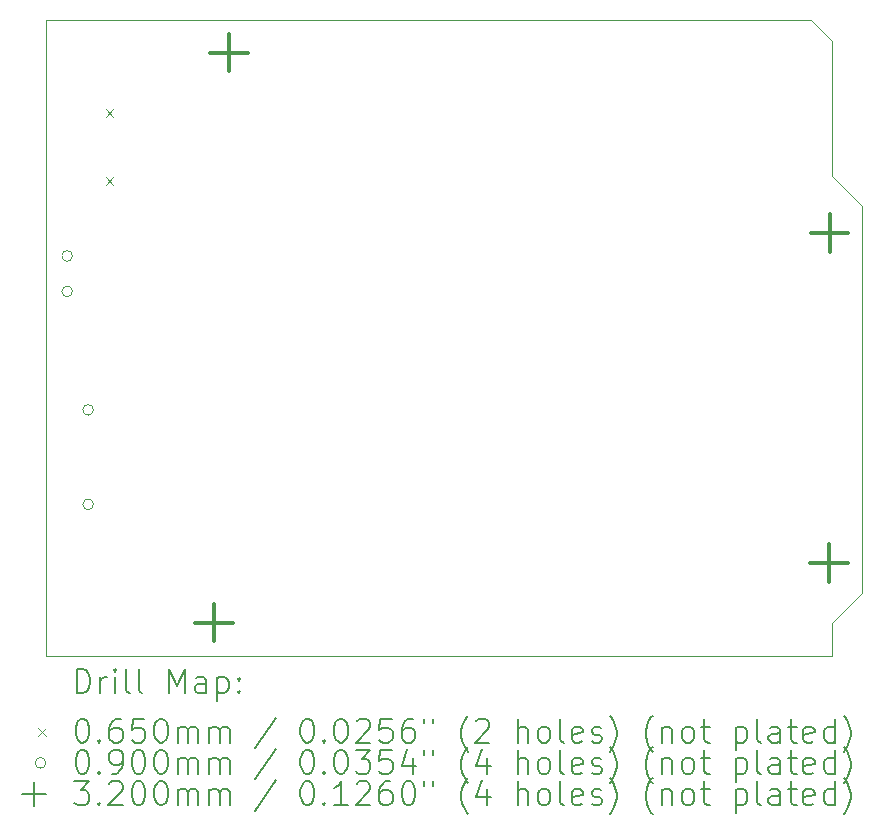
<source format=gbr>
%TF.GenerationSoftware,KiCad,Pcbnew,7.0.6*%
%TF.CreationDate,2024-02-07T19:17:44+08:00*%
%TF.ProjectId,PCB_Main_Board_ESP32S3_RFM95,5043425f-4d61-4696-9e5f-426f6172645f,rev?*%
%TF.SameCoordinates,Original*%
%TF.FileFunction,Drillmap*%
%TF.FilePolarity,Positive*%
%FSLAX45Y45*%
G04 Gerber Fmt 4.5, Leading zero omitted, Abs format (unit mm)*
G04 Created by KiCad (PCBNEW 7.0.6) date 2024-02-07 19:17:44*
%MOMM*%
%LPD*%
G01*
G04 APERTURE LIST*
%ADD10C,0.050000*%
%ADD11C,0.200000*%
%ADD12C,0.065000*%
%ADD13C,0.090000*%
%ADD14C,0.320000*%
G04 APERTURE END LIST*
D10*
X3952240Y-11115040D02*
X3952240Y-5730240D01*
X10609580Y-7053580D02*
X10861040Y-7305040D01*
X10607040Y-5908040D02*
X10609580Y-7053580D01*
X10607040Y-10835640D02*
X10607040Y-11115040D01*
X10861040Y-10581640D02*
X10607040Y-10835640D01*
X10429240Y-5730240D02*
X10607040Y-5908040D01*
X10607040Y-11115040D02*
X3952240Y-11115040D01*
X10861040Y-7305040D02*
X10861040Y-10581640D01*
X3952240Y-5730240D02*
X10429240Y-5730240D01*
D11*
D12*
X4455500Y-6486000D02*
X4520500Y-6551000D01*
X4520500Y-6486000D02*
X4455500Y-6551000D01*
X4455500Y-7064000D02*
X4520500Y-7129000D01*
X4520500Y-7064000D02*
X4455500Y-7129000D01*
D13*
X4175000Y-7729000D02*
G75*
G03*
X4175000Y-7729000I-45000J0D01*
G01*
X4175000Y-8029000D02*
G75*
G03*
X4175000Y-8029000I-45000J0D01*
G01*
X4353000Y-9032000D02*
G75*
G03*
X4353000Y-9032000I-45000J0D01*
G01*
X4353000Y-9832000D02*
G75*
G03*
X4353000Y-9832000I-45000J0D01*
G01*
D14*
X5374640Y-10673100D02*
X5374640Y-10993100D01*
X5214640Y-10833100D02*
X5534640Y-10833100D01*
X5501640Y-5847100D02*
X5501640Y-6167100D01*
X5341640Y-6007100D02*
X5661640Y-6007100D01*
X10581640Y-10167640D02*
X10581640Y-10487640D01*
X10421640Y-10327640D02*
X10741640Y-10327640D01*
X10585000Y-7375000D02*
X10585000Y-7695000D01*
X10425000Y-7535000D02*
X10745000Y-7535000D01*
D11*
X4210517Y-11429024D02*
X4210517Y-11229024D01*
X4210517Y-11229024D02*
X4258136Y-11229024D01*
X4258136Y-11229024D02*
X4286707Y-11238548D01*
X4286707Y-11238548D02*
X4305755Y-11257595D01*
X4305755Y-11257595D02*
X4315279Y-11276643D01*
X4315279Y-11276643D02*
X4324803Y-11314738D01*
X4324803Y-11314738D02*
X4324803Y-11343309D01*
X4324803Y-11343309D02*
X4315279Y-11381405D01*
X4315279Y-11381405D02*
X4305755Y-11400452D01*
X4305755Y-11400452D02*
X4286707Y-11419500D01*
X4286707Y-11419500D02*
X4258136Y-11429024D01*
X4258136Y-11429024D02*
X4210517Y-11429024D01*
X4410517Y-11429024D02*
X4410517Y-11295690D01*
X4410517Y-11333786D02*
X4420041Y-11314738D01*
X4420041Y-11314738D02*
X4429564Y-11305214D01*
X4429564Y-11305214D02*
X4448612Y-11295690D01*
X4448612Y-11295690D02*
X4467660Y-11295690D01*
X4534326Y-11429024D02*
X4534326Y-11295690D01*
X4534326Y-11229024D02*
X4524803Y-11238548D01*
X4524803Y-11238548D02*
X4534326Y-11248071D01*
X4534326Y-11248071D02*
X4543850Y-11238548D01*
X4543850Y-11238548D02*
X4534326Y-11229024D01*
X4534326Y-11229024D02*
X4534326Y-11248071D01*
X4658136Y-11429024D02*
X4639088Y-11419500D01*
X4639088Y-11419500D02*
X4629564Y-11400452D01*
X4629564Y-11400452D02*
X4629564Y-11229024D01*
X4762898Y-11429024D02*
X4743850Y-11419500D01*
X4743850Y-11419500D02*
X4734326Y-11400452D01*
X4734326Y-11400452D02*
X4734326Y-11229024D01*
X4991469Y-11429024D02*
X4991469Y-11229024D01*
X4991469Y-11229024D02*
X5058136Y-11371881D01*
X5058136Y-11371881D02*
X5124803Y-11229024D01*
X5124803Y-11229024D02*
X5124803Y-11429024D01*
X5305755Y-11429024D02*
X5305755Y-11324262D01*
X5305755Y-11324262D02*
X5296231Y-11305214D01*
X5296231Y-11305214D02*
X5277184Y-11295690D01*
X5277184Y-11295690D02*
X5239088Y-11295690D01*
X5239088Y-11295690D02*
X5220041Y-11305214D01*
X5305755Y-11419500D02*
X5286707Y-11429024D01*
X5286707Y-11429024D02*
X5239088Y-11429024D01*
X5239088Y-11429024D02*
X5220041Y-11419500D01*
X5220041Y-11419500D02*
X5210517Y-11400452D01*
X5210517Y-11400452D02*
X5210517Y-11381405D01*
X5210517Y-11381405D02*
X5220041Y-11362357D01*
X5220041Y-11362357D02*
X5239088Y-11352833D01*
X5239088Y-11352833D02*
X5286707Y-11352833D01*
X5286707Y-11352833D02*
X5305755Y-11343309D01*
X5400993Y-11295690D02*
X5400993Y-11495690D01*
X5400993Y-11305214D02*
X5420041Y-11295690D01*
X5420041Y-11295690D02*
X5458136Y-11295690D01*
X5458136Y-11295690D02*
X5477184Y-11305214D01*
X5477184Y-11305214D02*
X5486707Y-11314738D01*
X5486707Y-11314738D02*
X5496231Y-11333786D01*
X5496231Y-11333786D02*
X5496231Y-11390928D01*
X5496231Y-11390928D02*
X5486707Y-11409976D01*
X5486707Y-11409976D02*
X5477184Y-11419500D01*
X5477184Y-11419500D02*
X5458136Y-11429024D01*
X5458136Y-11429024D02*
X5420041Y-11429024D01*
X5420041Y-11429024D02*
X5400993Y-11419500D01*
X5581945Y-11409976D02*
X5591469Y-11419500D01*
X5591469Y-11419500D02*
X5581945Y-11429024D01*
X5581945Y-11429024D02*
X5572422Y-11419500D01*
X5572422Y-11419500D02*
X5581945Y-11409976D01*
X5581945Y-11409976D02*
X5581945Y-11429024D01*
X5581945Y-11305214D02*
X5591469Y-11314738D01*
X5591469Y-11314738D02*
X5581945Y-11324262D01*
X5581945Y-11324262D02*
X5572422Y-11314738D01*
X5572422Y-11314738D02*
X5581945Y-11305214D01*
X5581945Y-11305214D02*
X5581945Y-11324262D01*
D12*
X3884740Y-11725040D02*
X3949740Y-11790040D01*
X3949740Y-11725040D02*
X3884740Y-11790040D01*
D11*
X4248612Y-11649024D02*
X4267660Y-11649024D01*
X4267660Y-11649024D02*
X4286707Y-11658548D01*
X4286707Y-11658548D02*
X4296231Y-11668071D01*
X4296231Y-11668071D02*
X4305755Y-11687119D01*
X4305755Y-11687119D02*
X4315279Y-11725214D01*
X4315279Y-11725214D02*
X4315279Y-11772833D01*
X4315279Y-11772833D02*
X4305755Y-11810928D01*
X4305755Y-11810928D02*
X4296231Y-11829976D01*
X4296231Y-11829976D02*
X4286707Y-11839500D01*
X4286707Y-11839500D02*
X4267660Y-11849024D01*
X4267660Y-11849024D02*
X4248612Y-11849024D01*
X4248612Y-11849024D02*
X4229564Y-11839500D01*
X4229564Y-11839500D02*
X4220041Y-11829976D01*
X4220041Y-11829976D02*
X4210517Y-11810928D01*
X4210517Y-11810928D02*
X4200993Y-11772833D01*
X4200993Y-11772833D02*
X4200993Y-11725214D01*
X4200993Y-11725214D02*
X4210517Y-11687119D01*
X4210517Y-11687119D02*
X4220041Y-11668071D01*
X4220041Y-11668071D02*
X4229564Y-11658548D01*
X4229564Y-11658548D02*
X4248612Y-11649024D01*
X4400993Y-11829976D02*
X4410517Y-11839500D01*
X4410517Y-11839500D02*
X4400993Y-11849024D01*
X4400993Y-11849024D02*
X4391469Y-11839500D01*
X4391469Y-11839500D02*
X4400993Y-11829976D01*
X4400993Y-11829976D02*
X4400993Y-11849024D01*
X4581945Y-11649024D02*
X4543850Y-11649024D01*
X4543850Y-11649024D02*
X4524803Y-11658548D01*
X4524803Y-11658548D02*
X4515279Y-11668071D01*
X4515279Y-11668071D02*
X4496231Y-11696643D01*
X4496231Y-11696643D02*
X4486707Y-11734738D01*
X4486707Y-11734738D02*
X4486707Y-11810928D01*
X4486707Y-11810928D02*
X4496231Y-11829976D01*
X4496231Y-11829976D02*
X4505755Y-11839500D01*
X4505755Y-11839500D02*
X4524803Y-11849024D01*
X4524803Y-11849024D02*
X4562898Y-11849024D01*
X4562898Y-11849024D02*
X4581945Y-11839500D01*
X4581945Y-11839500D02*
X4591469Y-11829976D01*
X4591469Y-11829976D02*
X4600993Y-11810928D01*
X4600993Y-11810928D02*
X4600993Y-11763309D01*
X4600993Y-11763309D02*
X4591469Y-11744262D01*
X4591469Y-11744262D02*
X4581945Y-11734738D01*
X4581945Y-11734738D02*
X4562898Y-11725214D01*
X4562898Y-11725214D02*
X4524803Y-11725214D01*
X4524803Y-11725214D02*
X4505755Y-11734738D01*
X4505755Y-11734738D02*
X4496231Y-11744262D01*
X4496231Y-11744262D02*
X4486707Y-11763309D01*
X4781945Y-11649024D02*
X4686707Y-11649024D01*
X4686707Y-11649024D02*
X4677184Y-11744262D01*
X4677184Y-11744262D02*
X4686707Y-11734738D01*
X4686707Y-11734738D02*
X4705755Y-11725214D01*
X4705755Y-11725214D02*
X4753374Y-11725214D01*
X4753374Y-11725214D02*
X4772422Y-11734738D01*
X4772422Y-11734738D02*
X4781945Y-11744262D01*
X4781945Y-11744262D02*
X4791469Y-11763309D01*
X4791469Y-11763309D02*
X4791469Y-11810928D01*
X4791469Y-11810928D02*
X4781945Y-11829976D01*
X4781945Y-11829976D02*
X4772422Y-11839500D01*
X4772422Y-11839500D02*
X4753374Y-11849024D01*
X4753374Y-11849024D02*
X4705755Y-11849024D01*
X4705755Y-11849024D02*
X4686707Y-11839500D01*
X4686707Y-11839500D02*
X4677184Y-11829976D01*
X4915279Y-11649024D02*
X4934326Y-11649024D01*
X4934326Y-11649024D02*
X4953374Y-11658548D01*
X4953374Y-11658548D02*
X4962898Y-11668071D01*
X4962898Y-11668071D02*
X4972422Y-11687119D01*
X4972422Y-11687119D02*
X4981945Y-11725214D01*
X4981945Y-11725214D02*
X4981945Y-11772833D01*
X4981945Y-11772833D02*
X4972422Y-11810928D01*
X4972422Y-11810928D02*
X4962898Y-11829976D01*
X4962898Y-11829976D02*
X4953374Y-11839500D01*
X4953374Y-11839500D02*
X4934326Y-11849024D01*
X4934326Y-11849024D02*
X4915279Y-11849024D01*
X4915279Y-11849024D02*
X4896231Y-11839500D01*
X4896231Y-11839500D02*
X4886707Y-11829976D01*
X4886707Y-11829976D02*
X4877184Y-11810928D01*
X4877184Y-11810928D02*
X4867660Y-11772833D01*
X4867660Y-11772833D02*
X4867660Y-11725214D01*
X4867660Y-11725214D02*
X4877184Y-11687119D01*
X4877184Y-11687119D02*
X4886707Y-11668071D01*
X4886707Y-11668071D02*
X4896231Y-11658548D01*
X4896231Y-11658548D02*
X4915279Y-11649024D01*
X5067660Y-11849024D02*
X5067660Y-11715690D01*
X5067660Y-11734738D02*
X5077184Y-11725214D01*
X5077184Y-11725214D02*
X5096231Y-11715690D01*
X5096231Y-11715690D02*
X5124803Y-11715690D01*
X5124803Y-11715690D02*
X5143850Y-11725214D01*
X5143850Y-11725214D02*
X5153374Y-11744262D01*
X5153374Y-11744262D02*
X5153374Y-11849024D01*
X5153374Y-11744262D02*
X5162898Y-11725214D01*
X5162898Y-11725214D02*
X5181945Y-11715690D01*
X5181945Y-11715690D02*
X5210517Y-11715690D01*
X5210517Y-11715690D02*
X5229565Y-11725214D01*
X5229565Y-11725214D02*
X5239088Y-11744262D01*
X5239088Y-11744262D02*
X5239088Y-11849024D01*
X5334326Y-11849024D02*
X5334326Y-11715690D01*
X5334326Y-11734738D02*
X5343850Y-11725214D01*
X5343850Y-11725214D02*
X5362898Y-11715690D01*
X5362898Y-11715690D02*
X5391469Y-11715690D01*
X5391469Y-11715690D02*
X5410517Y-11725214D01*
X5410517Y-11725214D02*
X5420041Y-11744262D01*
X5420041Y-11744262D02*
X5420041Y-11849024D01*
X5420041Y-11744262D02*
X5429565Y-11725214D01*
X5429565Y-11725214D02*
X5448612Y-11715690D01*
X5448612Y-11715690D02*
X5477184Y-11715690D01*
X5477184Y-11715690D02*
X5496231Y-11725214D01*
X5496231Y-11725214D02*
X5505755Y-11744262D01*
X5505755Y-11744262D02*
X5505755Y-11849024D01*
X5896231Y-11639500D02*
X5724803Y-11896643D01*
X6153374Y-11649024D02*
X6172422Y-11649024D01*
X6172422Y-11649024D02*
X6191469Y-11658548D01*
X6191469Y-11658548D02*
X6200993Y-11668071D01*
X6200993Y-11668071D02*
X6210517Y-11687119D01*
X6210517Y-11687119D02*
X6220041Y-11725214D01*
X6220041Y-11725214D02*
X6220041Y-11772833D01*
X6220041Y-11772833D02*
X6210517Y-11810928D01*
X6210517Y-11810928D02*
X6200993Y-11829976D01*
X6200993Y-11829976D02*
X6191469Y-11839500D01*
X6191469Y-11839500D02*
X6172422Y-11849024D01*
X6172422Y-11849024D02*
X6153374Y-11849024D01*
X6153374Y-11849024D02*
X6134326Y-11839500D01*
X6134326Y-11839500D02*
X6124803Y-11829976D01*
X6124803Y-11829976D02*
X6115279Y-11810928D01*
X6115279Y-11810928D02*
X6105755Y-11772833D01*
X6105755Y-11772833D02*
X6105755Y-11725214D01*
X6105755Y-11725214D02*
X6115279Y-11687119D01*
X6115279Y-11687119D02*
X6124803Y-11668071D01*
X6124803Y-11668071D02*
X6134326Y-11658548D01*
X6134326Y-11658548D02*
X6153374Y-11649024D01*
X6305755Y-11829976D02*
X6315279Y-11839500D01*
X6315279Y-11839500D02*
X6305755Y-11849024D01*
X6305755Y-11849024D02*
X6296231Y-11839500D01*
X6296231Y-11839500D02*
X6305755Y-11829976D01*
X6305755Y-11829976D02*
X6305755Y-11849024D01*
X6439088Y-11649024D02*
X6458136Y-11649024D01*
X6458136Y-11649024D02*
X6477184Y-11658548D01*
X6477184Y-11658548D02*
X6486707Y-11668071D01*
X6486707Y-11668071D02*
X6496231Y-11687119D01*
X6496231Y-11687119D02*
X6505755Y-11725214D01*
X6505755Y-11725214D02*
X6505755Y-11772833D01*
X6505755Y-11772833D02*
X6496231Y-11810928D01*
X6496231Y-11810928D02*
X6486707Y-11829976D01*
X6486707Y-11829976D02*
X6477184Y-11839500D01*
X6477184Y-11839500D02*
X6458136Y-11849024D01*
X6458136Y-11849024D02*
X6439088Y-11849024D01*
X6439088Y-11849024D02*
X6420041Y-11839500D01*
X6420041Y-11839500D02*
X6410517Y-11829976D01*
X6410517Y-11829976D02*
X6400993Y-11810928D01*
X6400993Y-11810928D02*
X6391469Y-11772833D01*
X6391469Y-11772833D02*
X6391469Y-11725214D01*
X6391469Y-11725214D02*
X6400993Y-11687119D01*
X6400993Y-11687119D02*
X6410517Y-11668071D01*
X6410517Y-11668071D02*
X6420041Y-11658548D01*
X6420041Y-11658548D02*
X6439088Y-11649024D01*
X6581946Y-11668071D02*
X6591469Y-11658548D01*
X6591469Y-11658548D02*
X6610517Y-11649024D01*
X6610517Y-11649024D02*
X6658136Y-11649024D01*
X6658136Y-11649024D02*
X6677184Y-11658548D01*
X6677184Y-11658548D02*
X6686707Y-11668071D01*
X6686707Y-11668071D02*
X6696231Y-11687119D01*
X6696231Y-11687119D02*
X6696231Y-11706167D01*
X6696231Y-11706167D02*
X6686707Y-11734738D01*
X6686707Y-11734738D02*
X6572422Y-11849024D01*
X6572422Y-11849024D02*
X6696231Y-11849024D01*
X6877184Y-11649024D02*
X6781946Y-11649024D01*
X6781946Y-11649024D02*
X6772422Y-11744262D01*
X6772422Y-11744262D02*
X6781946Y-11734738D01*
X6781946Y-11734738D02*
X6800993Y-11725214D01*
X6800993Y-11725214D02*
X6848612Y-11725214D01*
X6848612Y-11725214D02*
X6867660Y-11734738D01*
X6867660Y-11734738D02*
X6877184Y-11744262D01*
X6877184Y-11744262D02*
X6886707Y-11763309D01*
X6886707Y-11763309D02*
X6886707Y-11810928D01*
X6886707Y-11810928D02*
X6877184Y-11829976D01*
X6877184Y-11829976D02*
X6867660Y-11839500D01*
X6867660Y-11839500D02*
X6848612Y-11849024D01*
X6848612Y-11849024D02*
X6800993Y-11849024D01*
X6800993Y-11849024D02*
X6781946Y-11839500D01*
X6781946Y-11839500D02*
X6772422Y-11829976D01*
X7058136Y-11649024D02*
X7020041Y-11649024D01*
X7020041Y-11649024D02*
X7000993Y-11658548D01*
X7000993Y-11658548D02*
X6991469Y-11668071D01*
X6991469Y-11668071D02*
X6972422Y-11696643D01*
X6972422Y-11696643D02*
X6962898Y-11734738D01*
X6962898Y-11734738D02*
X6962898Y-11810928D01*
X6962898Y-11810928D02*
X6972422Y-11829976D01*
X6972422Y-11829976D02*
X6981946Y-11839500D01*
X6981946Y-11839500D02*
X7000993Y-11849024D01*
X7000993Y-11849024D02*
X7039088Y-11849024D01*
X7039088Y-11849024D02*
X7058136Y-11839500D01*
X7058136Y-11839500D02*
X7067660Y-11829976D01*
X7067660Y-11829976D02*
X7077184Y-11810928D01*
X7077184Y-11810928D02*
X7077184Y-11763309D01*
X7077184Y-11763309D02*
X7067660Y-11744262D01*
X7067660Y-11744262D02*
X7058136Y-11734738D01*
X7058136Y-11734738D02*
X7039088Y-11725214D01*
X7039088Y-11725214D02*
X7000993Y-11725214D01*
X7000993Y-11725214D02*
X6981946Y-11734738D01*
X6981946Y-11734738D02*
X6972422Y-11744262D01*
X6972422Y-11744262D02*
X6962898Y-11763309D01*
X7153374Y-11649024D02*
X7153374Y-11687119D01*
X7229565Y-11649024D02*
X7229565Y-11687119D01*
X7524803Y-11925214D02*
X7515279Y-11915690D01*
X7515279Y-11915690D02*
X7496231Y-11887119D01*
X7496231Y-11887119D02*
X7486708Y-11868071D01*
X7486708Y-11868071D02*
X7477184Y-11839500D01*
X7477184Y-11839500D02*
X7467660Y-11791881D01*
X7467660Y-11791881D02*
X7467660Y-11753786D01*
X7467660Y-11753786D02*
X7477184Y-11706167D01*
X7477184Y-11706167D02*
X7486708Y-11677595D01*
X7486708Y-11677595D02*
X7496231Y-11658548D01*
X7496231Y-11658548D02*
X7515279Y-11629976D01*
X7515279Y-11629976D02*
X7524803Y-11620452D01*
X7591469Y-11668071D02*
X7600993Y-11658548D01*
X7600993Y-11658548D02*
X7620041Y-11649024D01*
X7620041Y-11649024D02*
X7667660Y-11649024D01*
X7667660Y-11649024D02*
X7686708Y-11658548D01*
X7686708Y-11658548D02*
X7696231Y-11668071D01*
X7696231Y-11668071D02*
X7705755Y-11687119D01*
X7705755Y-11687119D02*
X7705755Y-11706167D01*
X7705755Y-11706167D02*
X7696231Y-11734738D01*
X7696231Y-11734738D02*
X7581946Y-11849024D01*
X7581946Y-11849024D02*
X7705755Y-11849024D01*
X7943850Y-11849024D02*
X7943850Y-11649024D01*
X8029565Y-11849024D02*
X8029565Y-11744262D01*
X8029565Y-11744262D02*
X8020041Y-11725214D01*
X8020041Y-11725214D02*
X8000993Y-11715690D01*
X8000993Y-11715690D02*
X7972422Y-11715690D01*
X7972422Y-11715690D02*
X7953374Y-11725214D01*
X7953374Y-11725214D02*
X7943850Y-11734738D01*
X8153374Y-11849024D02*
X8134327Y-11839500D01*
X8134327Y-11839500D02*
X8124803Y-11829976D01*
X8124803Y-11829976D02*
X8115279Y-11810928D01*
X8115279Y-11810928D02*
X8115279Y-11753786D01*
X8115279Y-11753786D02*
X8124803Y-11734738D01*
X8124803Y-11734738D02*
X8134327Y-11725214D01*
X8134327Y-11725214D02*
X8153374Y-11715690D01*
X8153374Y-11715690D02*
X8181946Y-11715690D01*
X8181946Y-11715690D02*
X8200993Y-11725214D01*
X8200993Y-11725214D02*
X8210517Y-11734738D01*
X8210517Y-11734738D02*
X8220041Y-11753786D01*
X8220041Y-11753786D02*
X8220041Y-11810928D01*
X8220041Y-11810928D02*
X8210517Y-11829976D01*
X8210517Y-11829976D02*
X8200993Y-11839500D01*
X8200993Y-11839500D02*
X8181946Y-11849024D01*
X8181946Y-11849024D02*
X8153374Y-11849024D01*
X8334327Y-11849024D02*
X8315279Y-11839500D01*
X8315279Y-11839500D02*
X8305755Y-11820452D01*
X8305755Y-11820452D02*
X8305755Y-11649024D01*
X8486708Y-11839500D02*
X8467660Y-11849024D01*
X8467660Y-11849024D02*
X8429565Y-11849024D01*
X8429565Y-11849024D02*
X8410517Y-11839500D01*
X8410517Y-11839500D02*
X8400993Y-11820452D01*
X8400993Y-11820452D02*
X8400993Y-11744262D01*
X8400993Y-11744262D02*
X8410517Y-11725214D01*
X8410517Y-11725214D02*
X8429565Y-11715690D01*
X8429565Y-11715690D02*
X8467660Y-11715690D01*
X8467660Y-11715690D02*
X8486708Y-11725214D01*
X8486708Y-11725214D02*
X8496232Y-11744262D01*
X8496232Y-11744262D02*
X8496232Y-11763309D01*
X8496232Y-11763309D02*
X8400993Y-11782357D01*
X8572422Y-11839500D02*
X8591470Y-11849024D01*
X8591470Y-11849024D02*
X8629565Y-11849024D01*
X8629565Y-11849024D02*
X8648613Y-11839500D01*
X8648613Y-11839500D02*
X8658136Y-11820452D01*
X8658136Y-11820452D02*
X8658136Y-11810928D01*
X8658136Y-11810928D02*
X8648613Y-11791881D01*
X8648613Y-11791881D02*
X8629565Y-11782357D01*
X8629565Y-11782357D02*
X8600993Y-11782357D01*
X8600993Y-11782357D02*
X8581946Y-11772833D01*
X8581946Y-11772833D02*
X8572422Y-11753786D01*
X8572422Y-11753786D02*
X8572422Y-11744262D01*
X8572422Y-11744262D02*
X8581946Y-11725214D01*
X8581946Y-11725214D02*
X8600993Y-11715690D01*
X8600993Y-11715690D02*
X8629565Y-11715690D01*
X8629565Y-11715690D02*
X8648613Y-11725214D01*
X8724803Y-11925214D02*
X8734327Y-11915690D01*
X8734327Y-11915690D02*
X8753374Y-11887119D01*
X8753374Y-11887119D02*
X8762898Y-11868071D01*
X8762898Y-11868071D02*
X8772422Y-11839500D01*
X8772422Y-11839500D02*
X8781946Y-11791881D01*
X8781946Y-11791881D02*
X8781946Y-11753786D01*
X8781946Y-11753786D02*
X8772422Y-11706167D01*
X8772422Y-11706167D02*
X8762898Y-11677595D01*
X8762898Y-11677595D02*
X8753374Y-11658548D01*
X8753374Y-11658548D02*
X8734327Y-11629976D01*
X8734327Y-11629976D02*
X8724803Y-11620452D01*
X9086708Y-11925214D02*
X9077184Y-11915690D01*
X9077184Y-11915690D02*
X9058136Y-11887119D01*
X9058136Y-11887119D02*
X9048613Y-11868071D01*
X9048613Y-11868071D02*
X9039089Y-11839500D01*
X9039089Y-11839500D02*
X9029565Y-11791881D01*
X9029565Y-11791881D02*
X9029565Y-11753786D01*
X9029565Y-11753786D02*
X9039089Y-11706167D01*
X9039089Y-11706167D02*
X9048613Y-11677595D01*
X9048613Y-11677595D02*
X9058136Y-11658548D01*
X9058136Y-11658548D02*
X9077184Y-11629976D01*
X9077184Y-11629976D02*
X9086708Y-11620452D01*
X9162898Y-11715690D02*
X9162898Y-11849024D01*
X9162898Y-11734738D02*
X9172422Y-11725214D01*
X9172422Y-11725214D02*
X9191470Y-11715690D01*
X9191470Y-11715690D02*
X9220041Y-11715690D01*
X9220041Y-11715690D02*
X9239089Y-11725214D01*
X9239089Y-11725214D02*
X9248613Y-11744262D01*
X9248613Y-11744262D02*
X9248613Y-11849024D01*
X9372422Y-11849024D02*
X9353374Y-11839500D01*
X9353374Y-11839500D02*
X9343851Y-11829976D01*
X9343851Y-11829976D02*
X9334327Y-11810928D01*
X9334327Y-11810928D02*
X9334327Y-11753786D01*
X9334327Y-11753786D02*
X9343851Y-11734738D01*
X9343851Y-11734738D02*
X9353374Y-11725214D01*
X9353374Y-11725214D02*
X9372422Y-11715690D01*
X9372422Y-11715690D02*
X9400994Y-11715690D01*
X9400994Y-11715690D02*
X9420041Y-11725214D01*
X9420041Y-11725214D02*
X9429565Y-11734738D01*
X9429565Y-11734738D02*
X9439089Y-11753786D01*
X9439089Y-11753786D02*
X9439089Y-11810928D01*
X9439089Y-11810928D02*
X9429565Y-11829976D01*
X9429565Y-11829976D02*
X9420041Y-11839500D01*
X9420041Y-11839500D02*
X9400994Y-11849024D01*
X9400994Y-11849024D02*
X9372422Y-11849024D01*
X9496232Y-11715690D02*
X9572422Y-11715690D01*
X9524803Y-11649024D02*
X9524803Y-11820452D01*
X9524803Y-11820452D02*
X9534327Y-11839500D01*
X9534327Y-11839500D02*
X9553374Y-11849024D01*
X9553374Y-11849024D02*
X9572422Y-11849024D01*
X9791470Y-11715690D02*
X9791470Y-11915690D01*
X9791470Y-11725214D02*
X9810517Y-11715690D01*
X9810517Y-11715690D02*
X9848613Y-11715690D01*
X9848613Y-11715690D02*
X9867660Y-11725214D01*
X9867660Y-11725214D02*
X9877184Y-11734738D01*
X9877184Y-11734738D02*
X9886708Y-11753786D01*
X9886708Y-11753786D02*
X9886708Y-11810928D01*
X9886708Y-11810928D02*
X9877184Y-11829976D01*
X9877184Y-11829976D02*
X9867660Y-11839500D01*
X9867660Y-11839500D02*
X9848613Y-11849024D01*
X9848613Y-11849024D02*
X9810517Y-11849024D01*
X9810517Y-11849024D02*
X9791470Y-11839500D01*
X10000994Y-11849024D02*
X9981946Y-11839500D01*
X9981946Y-11839500D02*
X9972422Y-11820452D01*
X9972422Y-11820452D02*
X9972422Y-11649024D01*
X10162898Y-11849024D02*
X10162898Y-11744262D01*
X10162898Y-11744262D02*
X10153375Y-11725214D01*
X10153375Y-11725214D02*
X10134327Y-11715690D01*
X10134327Y-11715690D02*
X10096232Y-11715690D01*
X10096232Y-11715690D02*
X10077184Y-11725214D01*
X10162898Y-11839500D02*
X10143851Y-11849024D01*
X10143851Y-11849024D02*
X10096232Y-11849024D01*
X10096232Y-11849024D02*
X10077184Y-11839500D01*
X10077184Y-11839500D02*
X10067660Y-11820452D01*
X10067660Y-11820452D02*
X10067660Y-11801405D01*
X10067660Y-11801405D02*
X10077184Y-11782357D01*
X10077184Y-11782357D02*
X10096232Y-11772833D01*
X10096232Y-11772833D02*
X10143851Y-11772833D01*
X10143851Y-11772833D02*
X10162898Y-11763309D01*
X10229565Y-11715690D02*
X10305755Y-11715690D01*
X10258136Y-11649024D02*
X10258136Y-11820452D01*
X10258136Y-11820452D02*
X10267660Y-11839500D01*
X10267660Y-11839500D02*
X10286708Y-11849024D01*
X10286708Y-11849024D02*
X10305755Y-11849024D01*
X10448613Y-11839500D02*
X10429565Y-11849024D01*
X10429565Y-11849024D02*
X10391470Y-11849024D01*
X10391470Y-11849024D02*
X10372422Y-11839500D01*
X10372422Y-11839500D02*
X10362898Y-11820452D01*
X10362898Y-11820452D02*
X10362898Y-11744262D01*
X10362898Y-11744262D02*
X10372422Y-11725214D01*
X10372422Y-11725214D02*
X10391470Y-11715690D01*
X10391470Y-11715690D02*
X10429565Y-11715690D01*
X10429565Y-11715690D02*
X10448613Y-11725214D01*
X10448613Y-11725214D02*
X10458136Y-11744262D01*
X10458136Y-11744262D02*
X10458136Y-11763309D01*
X10458136Y-11763309D02*
X10362898Y-11782357D01*
X10629565Y-11849024D02*
X10629565Y-11649024D01*
X10629565Y-11839500D02*
X10610517Y-11849024D01*
X10610517Y-11849024D02*
X10572422Y-11849024D01*
X10572422Y-11849024D02*
X10553375Y-11839500D01*
X10553375Y-11839500D02*
X10543851Y-11829976D01*
X10543851Y-11829976D02*
X10534327Y-11810928D01*
X10534327Y-11810928D02*
X10534327Y-11753786D01*
X10534327Y-11753786D02*
X10543851Y-11734738D01*
X10543851Y-11734738D02*
X10553375Y-11725214D01*
X10553375Y-11725214D02*
X10572422Y-11715690D01*
X10572422Y-11715690D02*
X10610517Y-11715690D01*
X10610517Y-11715690D02*
X10629565Y-11725214D01*
X10705756Y-11925214D02*
X10715279Y-11915690D01*
X10715279Y-11915690D02*
X10734327Y-11887119D01*
X10734327Y-11887119D02*
X10743851Y-11868071D01*
X10743851Y-11868071D02*
X10753375Y-11839500D01*
X10753375Y-11839500D02*
X10762898Y-11791881D01*
X10762898Y-11791881D02*
X10762898Y-11753786D01*
X10762898Y-11753786D02*
X10753375Y-11706167D01*
X10753375Y-11706167D02*
X10743851Y-11677595D01*
X10743851Y-11677595D02*
X10734327Y-11658548D01*
X10734327Y-11658548D02*
X10715279Y-11629976D01*
X10715279Y-11629976D02*
X10705756Y-11620452D01*
D13*
X3949740Y-12021540D02*
G75*
G03*
X3949740Y-12021540I-45000J0D01*
G01*
D11*
X4248612Y-11913024D02*
X4267660Y-11913024D01*
X4267660Y-11913024D02*
X4286707Y-11922548D01*
X4286707Y-11922548D02*
X4296231Y-11932071D01*
X4296231Y-11932071D02*
X4305755Y-11951119D01*
X4305755Y-11951119D02*
X4315279Y-11989214D01*
X4315279Y-11989214D02*
X4315279Y-12036833D01*
X4315279Y-12036833D02*
X4305755Y-12074928D01*
X4305755Y-12074928D02*
X4296231Y-12093976D01*
X4296231Y-12093976D02*
X4286707Y-12103500D01*
X4286707Y-12103500D02*
X4267660Y-12113024D01*
X4267660Y-12113024D02*
X4248612Y-12113024D01*
X4248612Y-12113024D02*
X4229564Y-12103500D01*
X4229564Y-12103500D02*
X4220041Y-12093976D01*
X4220041Y-12093976D02*
X4210517Y-12074928D01*
X4210517Y-12074928D02*
X4200993Y-12036833D01*
X4200993Y-12036833D02*
X4200993Y-11989214D01*
X4200993Y-11989214D02*
X4210517Y-11951119D01*
X4210517Y-11951119D02*
X4220041Y-11932071D01*
X4220041Y-11932071D02*
X4229564Y-11922548D01*
X4229564Y-11922548D02*
X4248612Y-11913024D01*
X4400993Y-12093976D02*
X4410517Y-12103500D01*
X4410517Y-12103500D02*
X4400993Y-12113024D01*
X4400993Y-12113024D02*
X4391469Y-12103500D01*
X4391469Y-12103500D02*
X4400993Y-12093976D01*
X4400993Y-12093976D02*
X4400993Y-12113024D01*
X4505755Y-12113024D02*
X4543850Y-12113024D01*
X4543850Y-12113024D02*
X4562898Y-12103500D01*
X4562898Y-12103500D02*
X4572422Y-12093976D01*
X4572422Y-12093976D02*
X4591469Y-12065405D01*
X4591469Y-12065405D02*
X4600993Y-12027309D01*
X4600993Y-12027309D02*
X4600993Y-11951119D01*
X4600993Y-11951119D02*
X4591469Y-11932071D01*
X4591469Y-11932071D02*
X4581945Y-11922548D01*
X4581945Y-11922548D02*
X4562898Y-11913024D01*
X4562898Y-11913024D02*
X4524803Y-11913024D01*
X4524803Y-11913024D02*
X4505755Y-11922548D01*
X4505755Y-11922548D02*
X4496231Y-11932071D01*
X4496231Y-11932071D02*
X4486707Y-11951119D01*
X4486707Y-11951119D02*
X4486707Y-11998738D01*
X4486707Y-11998738D02*
X4496231Y-12017786D01*
X4496231Y-12017786D02*
X4505755Y-12027309D01*
X4505755Y-12027309D02*
X4524803Y-12036833D01*
X4524803Y-12036833D02*
X4562898Y-12036833D01*
X4562898Y-12036833D02*
X4581945Y-12027309D01*
X4581945Y-12027309D02*
X4591469Y-12017786D01*
X4591469Y-12017786D02*
X4600993Y-11998738D01*
X4724803Y-11913024D02*
X4743850Y-11913024D01*
X4743850Y-11913024D02*
X4762898Y-11922548D01*
X4762898Y-11922548D02*
X4772422Y-11932071D01*
X4772422Y-11932071D02*
X4781945Y-11951119D01*
X4781945Y-11951119D02*
X4791469Y-11989214D01*
X4791469Y-11989214D02*
X4791469Y-12036833D01*
X4791469Y-12036833D02*
X4781945Y-12074928D01*
X4781945Y-12074928D02*
X4772422Y-12093976D01*
X4772422Y-12093976D02*
X4762898Y-12103500D01*
X4762898Y-12103500D02*
X4743850Y-12113024D01*
X4743850Y-12113024D02*
X4724803Y-12113024D01*
X4724803Y-12113024D02*
X4705755Y-12103500D01*
X4705755Y-12103500D02*
X4696231Y-12093976D01*
X4696231Y-12093976D02*
X4686707Y-12074928D01*
X4686707Y-12074928D02*
X4677184Y-12036833D01*
X4677184Y-12036833D02*
X4677184Y-11989214D01*
X4677184Y-11989214D02*
X4686707Y-11951119D01*
X4686707Y-11951119D02*
X4696231Y-11932071D01*
X4696231Y-11932071D02*
X4705755Y-11922548D01*
X4705755Y-11922548D02*
X4724803Y-11913024D01*
X4915279Y-11913024D02*
X4934326Y-11913024D01*
X4934326Y-11913024D02*
X4953374Y-11922548D01*
X4953374Y-11922548D02*
X4962898Y-11932071D01*
X4962898Y-11932071D02*
X4972422Y-11951119D01*
X4972422Y-11951119D02*
X4981945Y-11989214D01*
X4981945Y-11989214D02*
X4981945Y-12036833D01*
X4981945Y-12036833D02*
X4972422Y-12074928D01*
X4972422Y-12074928D02*
X4962898Y-12093976D01*
X4962898Y-12093976D02*
X4953374Y-12103500D01*
X4953374Y-12103500D02*
X4934326Y-12113024D01*
X4934326Y-12113024D02*
X4915279Y-12113024D01*
X4915279Y-12113024D02*
X4896231Y-12103500D01*
X4896231Y-12103500D02*
X4886707Y-12093976D01*
X4886707Y-12093976D02*
X4877184Y-12074928D01*
X4877184Y-12074928D02*
X4867660Y-12036833D01*
X4867660Y-12036833D02*
X4867660Y-11989214D01*
X4867660Y-11989214D02*
X4877184Y-11951119D01*
X4877184Y-11951119D02*
X4886707Y-11932071D01*
X4886707Y-11932071D02*
X4896231Y-11922548D01*
X4896231Y-11922548D02*
X4915279Y-11913024D01*
X5067660Y-12113024D02*
X5067660Y-11979690D01*
X5067660Y-11998738D02*
X5077184Y-11989214D01*
X5077184Y-11989214D02*
X5096231Y-11979690D01*
X5096231Y-11979690D02*
X5124803Y-11979690D01*
X5124803Y-11979690D02*
X5143850Y-11989214D01*
X5143850Y-11989214D02*
X5153374Y-12008262D01*
X5153374Y-12008262D02*
X5153374Y-12113024D01*
X5153374Y-12008262D02*
X5162898Y-11989214D01*
X5162898Y-11989214D02*
X5181945Y-11979690D01*
X5181945Y-11979690D02*
X5210517Y-11979690D01*
X5210517Y-11979690D02*
X5229565Y-11989214D01*
X5229565Y-11989214D02*
X5239088Y-12008262D01*
X5239088Y-12008262D02*
X5239088Y-12113024D01*
X5334326Y-12113024D02*
X5334326Y-11979690D01*
X5334326Y-11998738D02*
X5343850Y-11989214D01*
X5343850Y-11989214D02*
X5362898Y-11979690D01*
X5362898Y-11979690D02*
X5391469Y-11979690D01*
X5391469Y-11979690D02*
X5410517Y-11989214D01*
X5410517Y-11989214D02*
X5420041Y-12008262D01*
X5420041Y-12008262D02*
X5420041Y-12113024D01*
X5420041Y-12008262D02*
X5429565Y-11989214D01*
X5429565Y-11989214D02*
X5448612Y-11979690D01*
X5448612Y-11979690D02*
X5477184Y-11979690D01*
X5477184Y-11979690D02*
X5496231Y-11989214D01*
X5496231Y-11989214D02*
X5505755Y-12008262D01*
X5505755Y-12008262D02*
X5505755Y-12113024D01*
X5896231Y-11903500D02*
X5724803Y-12160643D01*
X6153374Y-11913024D02*
X6172422Y-11913024D01*
X6172422Y-11913024D02*
X6191469Y-11922548D01*
X6191469Y-11922548D02*
X6200993Y-11932071D01*
X6200993Y-11932071D02*
X6210517Y-11951119D01*
X6210517Y-11951119D02*
X6220041Y-11989214D01*
X6220041Y-11989214D02*
X6220041Y-12036833D01*
X6220041Y-12036833D02*
X6210517Y-12074928D01*
X6210517Y-12074928D02*
X6200993Y-12093976D01*
X6200993Y-12093976D02*
X6191469Y-12103500D01*
X6191469Y-12103500D02*
X6172422Y-12113024D01*
X6172422Y-12113024D02*
X6153374Y-12113024D01*
X6153374Y-12113024D02*
X6134326Y-12103500D01*
X6134326Y-12103500D02*
X6124803Y-12093976D01*
X6124803Y-12093976D02*
X6115279Y-12074928D01*
X6115279Y-12074928D02*
X6105755Y-12036833D01*
X6105755Y-12036833D02*
X6105755Y-11989214D01*
X6105755Y-11989214D02*
X6115279Y-11951119D01*
X6115279Y-11951119D02*
X6124803Y-11932071D01*
X6124803Y-11932071D02*
X6134326Y-11922548D01*
X6134326Y-11922548D02*
X6153374Y-11913024D01*
X6305755Y-12093976D02*
X6315279Y-12103500D01*
X6315279Y-12103500D02*
X6305755Y-12113024D01*
X6305755Y-12113024D02*
X6296231Y-12103500D01*
X6296231Y-12103500D02*
X6305755Y-12093976D01*
X6305755Y-12093976D02*
X6305755Y-12113024D01*
X6439088Y-11913024D02*
X6458136Y-11913024D01*
X6458136Y-11913024D02*
X6477184Y-11922548D01*
X6477184Y-11922548D02*
X6486707Y-11932071D01*
X6486707Y-11932071D02*
X6496231Y-11951119D01*
X6496231Y-11951119D02*
X6505755Y-11989214D01*
X6505755Y-11989214D02*
X6505755Y-12036833D01*
X6505755Y-12036833D02*
X6496231Y-12074928D01*
X6496231Y-12074928D02*
X6486707Y-12093976D01*
X6486707Y-12093976D02*
X6477184Y-12103500D01*
X6477184Y-12103500D02*
X6458136Y-12113024D01*
X6458136Y-12113024D02*
X6439088Y-12113024D01*
X6439088Y-12113024D02*
X6420041Y-12103500D01*
X6420041Y-12103500D02*
X6410517Y-12093976D01*
X6410517Y-12093976D02*
X6400993Y-12074928D01*
X6400993Y-12074928D02*
X6391469Y-12036833D01*
X6391469Y-12036833D02*
X6391469Y-11989214D01*
X6391469Y-11989214D02*
X6400993Y-11951119D01*
X6400993Y-11951119D02*
X6410517Y-11932071D01*
X6410517Y-11932071D02*
X6420041Y-11922548D01*
X6420041Y-11922548D02*
X6439088Y-11913024D01*
X6572422Y-11913024D02*
X6696231Y-11913024D01*
X6696231Y-11913024D02*
X6629565Y-11989214D01*
X6629565Y-11989214D02*
X6658136Y-11989214D01*
X6658136Y-11989214D02*
X6677184Y-11998738D01*
X6677184Y-11998738D02*
X6686707Y-12008262D01*
X6686707Y-12008262D02*
X6696231Y-12027309D01*
X6696231Y-12027309D02*
X6696231Y-12074928D01*
X6696231Y-12074928D02*
X6686707Y-12093976D01*
X6686707Y-12093976D02*
X6677184Y-12103500D01*
X6677184Y-12103500D02*
X6658136Y-12113024D01*
X6658136Y-12113024D02*
X6600993Y-12113024D01*
X6600993Y-12113024D02*
X6581946Y-12103500D01*
X6581946Y-12103500D02*
X6572422Y-12093976D01*
X6877184Y-11913024D02*
X6781946Y-11913024D01*
X6781946Y-11913024D02*
X6772422Y-12008262D01*
X6772422Y-12008262D02*
X6781946Y-11998738D01*
X6781946Y-11998738D02*
X6800993Y-11989214D01*
X6800993Y-11989214D02*
X6848612Y-11989214D01*
X6848612Y-11989214D02*
X6867660Y-11998738D01*
X6867660Y-11998738D02*
X6877184Y-12008262D01*
X6877184Y-12008262D02*
X6886707Y-12027309D01*
X6886707Y-12027309D02*
X6886707Y-12074928D01*
X6886707Y-12074928D02*
X6877184Y-12093976D01*
X6877184Y-12093976D02*
X6867660Y-12103500D01*
X6867660Y-12103500D02*
X6848612Y-12113024D01*
X6848612Y-12113024D02*
X6800993Y-12113024D01*
X6800993Y-12113024D02*
X6781946Y-12103500D01*
X6781946Y-12103500D02*
X6772422Y-12093976D01*
X7058136Y-11979690D02*
X7058136Y-12113024D01*
X7010517Y-11903500D02*
X6962898Y-12046357D01*
X6962898Y-12046357D02*
X7086707Y-12046357D01*
X7153374Y-11913024D02*
X7153374Y-11951119D01*
X7229565Y-11913024D02*
X7229565Y-11951119D01*
X7524803Y-12189214D02*
X7515279Y-12179690D01*
X7515279Y-12179690D02*
X7496231Y-12151119D01*
X7496231Y-12151119D02*
X7486708Y-12132071D01*
X7486708Y-12132071D02*
X7477184Y-12103500D01*
X7477184Y-12103500D02*
X7467660Y-12055881D01*
X7467660Y-12055881D02*
X7467660Y-12017786D01*
X7467660Y-12017786D02*
X7477184Y-11970167D01*
X7477184Y-11970167D02*
X7486708Y-11941595D01*
X7486708Y-11941595D02*
X7496231Y-11922548D01*
X7496231Y-11922548D02*
X7515279Y-11893976D01*
X7515279Y-11893976D02*
X7524803Y-11884452D01*
X7686708Y-11979690D02*
X7686708Y-12113024D01*
X7639088Y-11903500D02*
X7591469Y-12046357D01*
X7591469Y-12046357D02*
X7715279Y-12046357D01*
X7943850Y-12113024D02*
X7943850Y-11913024D01*
X8029565Y-12113024D02*
X8029565Y-12008262D01*
X8029565Y-12008262D02*
X8020041Y-11989214D01*
X8020041Y-11989214D02*
X8000993Y-11979690D01*
X8000993Y-11979690D02*
X7972422Y-11979690D01*
X7972422Y-11979690D02*
X7953374Y-11989214D01*
X7953374Y-11989214D02*
X7943850Y-11998738D01*
X8153374Y-12113024D02*
X8134327Y-12103500D01*
X8134327Y-12103500D02*
X8124803Y-12093976D01*
X8124803Y-12093976D02*
X8115279Y-12074928D01*
X8115279Y-12074928D02*
X8115279Y-12017786D01*
X8115279Y-12017786D02*
X8124803Y-11998738D01*
X8124803Y-11998738D02*
X8134327Y-11989214D01*
X8134327Y-11989214D02*
X8153374Y-11979690D01*
X8153374Y-11979690D02*
X8181946Y-11979690D01*
X8181946Y-11979690D02*
X8200993Y-11989214D01*
X8200993Y-11989214D02*
X8210517Y-11998738D01*
X8210517Y-11998738D02*
X8220041Y-12017786D01*
X8220041Y-12017786D02*
X8220041Y-12074928D01*
X8220041Y-12074928D02*
X8210517Y-12093976D01*
X8210517Y-12093976D02*
X8200993Y-12103500D01*
X8200993Y-12103500D02*
X8181946Y-12113024D01*
X8181946Y-12113024D02*
X8153374Y-12113024D01*
X8334327Y-12113024D02*
X8315279Y-12103500D01*
X8315279Y-12103500D02*
X8305755Y-12084452D01*
X8305755Y-12084452D02*
X8305755Y-11913024D01*
X8486708Y-12103500D02*
X8467660Y-12113024D01*
X8467660Y-12113024D02*
X8429565Y-12113024D01*
X8429565Y-12113024D02*
X8410517Y-12103500D01*
X8410517Y-12103500D02*
X8400993Y-12084452D01*
X8400993Y-12084452D02*
X8400993Y-12008262D01*
X8400993Y-12008262D02*
X8410517Y-11989214D01*
X8410517Y-11989214D02*
X8429565Y-11979690D01*
X8429565Y-11979690D02*
X8467660Y-11979690D01*
X8467660Y-11979690D02*
X8486708Y-11989214D01*
X8486708Y-11989214D02*
X8496232Y-12008262D01*
X8496232Y-12008262D02*
X8496232Y-12027309D01*
X8496232Y-12027309D02*
X8400993Y-12046357D01*
X8572422Y-12103500D02*
X8591470Y-12113024D01*
X8591470Y-12113024D02*
X8629565Y-12113024D01*
X8629565Y-12113024D02*
X8648613Y-12103500D01*
X8648613Y-12103500D02*
X8658136Y-12084452D01*
X8658136Y-12084452D02*
X8658136Y-12074928D01*
X8658136Y-12074928D02*
X8648613Y-12055881D01*
X8648613Y-12055881D02*
X8629565Y-12046357D01*
X8629565Y-12046357D02*
X8600993Y-12046357D01*
X8600993Y-12046357D02*
X8581946Y-12036833D01*
X8581946Y-12036833D02*
X8572422Y-12017786D01*
X8572422Y-12017786D02*
X8572422Y-12008262D01*
X8572422Y-12008262D02*
X8581946Y-11989214D01*
X8581946Y-11989214D02*
X8600993Y-11979690D01*
X8600993Y-11979690D02*
X8629565Y-11979690D01*
X8629565Y-11979690D02*
X8648613Y-11989214D01*
X8724803Y-12189214D02*
X8734327Y-12179690D01*
X8734327Y-12179690D02*
X8753374Y-12151119D01*
X8753374Y-12151119D02*
X8762898Y-12132071D01*
X8762898Y-12132071D02*
X8772422Y-12103500D01*
X8772422Y-12103500D02*
X8781946Y-12055881D01*
X8781946Y-12055881D02*
X8781946Y-12017786D01*
X8781946Y-12017786D02*
X8772422Y-11970167D01*
X8772422Y-11970167D02*
X8762898Y-11941595D01*
X8762898Y-11941595D02*
X8753374Y-11922548D01*
X8753374Y-11922548D02*
X8734327Y-11893976D01*
X8734327Y-11893976D02*
X8724803Y-11884452D01*
X9086708Y-12189214D02*
X9077184Y-12179690D01*
X9077184Y-12179690D02*
X9058136Y-12151119D01*
X9058136Y-12151119D02*
X9048613Y-12132071D01*
X9048613Y-12132071D02*
X9039089Y-12103500D01*
X9039089Y-12103500D02*
X9029565Y-12055881D01*
X9029565Y-12055881D02*
X9029565Y-12017786D01*
X9029565Y-12017786D02*
X9039089Y-11970167D01*
X9039089Y-11970167D02*
X9048613Y-11941595D01*
X9048613Y-11941595D02*
X9058136Y-11922548D01*
X9058136Y-11922548D02*
X9077184Y-11893976D01*
X9077184Y-11893976D02*
X9086708Y-11884452D01*
X9162898Y-11979690D02*
X9162898Y-12113024D01*
X9162898Y-11998738D02*
X9172422Y-11989214D01*
X9172422Y-11989214D02*
X9191470Y-11979690D01*
X9191470Y-11979690D02*
X9220041Y-11979690D01*
X9220041Y-11979690D02*
X9239089Y-11989214D01*
X9239089Y-11989214D02*
X9248613Y-12008262D01*
X9248613Y-12008262D02*
X9248613Y-12113024D01*
X9372422Y-12113024D02*
X9353374Y-12103500D01*
X9353374Y-12103500D02*
X9343851Y-12093976D01*
X9343851Y-12093976D02*
X9334327Y-12074928D01*
X9334327Y-12074928D02*
X9334327Y-12017786D01*
X9334327Y-12017786D02*
X9343851Y-11998738D01*
X9343851Y-11998738D02*
X9353374Y-11989214D01*
X9353374Y-11989214D02*
X9372422Y-11979690D01*
X9372422Y-11979690D02*
X9400994Y-11979690D01*
X9400994Y-11979690D02*
X9420041Y-11989214D01*
X9420041Y-11989214D02*
X9429565Y-11998738D01*
X9429565Y-11998738D02*
X9439089Y-12017786D01*
X9439089Y-12017786D02*
X9439089Y-12074928D01*
X9439089Y-12074928D02*
X9429565Y-12093976D01*
X9429565Y-12093976D02*
X9420041Y-12103500D01*
X9420041Y-12103500D02*
X9400994Y-12113024D01*
X9400994Y-12113024D02*
X9372422Y-12113024D01*
X9496232Y-11979690D02*
X9572422Y-11979690D01*
X9524803Y-11913024D02*
X9524803Y-12084452D01*
X9524803Y-12084452D02*
X9534327Y-12103500D01*
X9534327Y-12103500D02*
X9553374Y-12113024D01*
X9553374Y-12113024D02*
X9572422Y-12113024D01*
X9791470Y-11979690D02*
X9791470Y-12179690D01*
X9791470Y-11989214D02*
X9810517Y-11979690D01*
X9810517Y-11979690D02*
X9848613Y-11979690D01*
X9848613Y-11979690D02*
X9867660Y-11989214D01*
X9867660Y-11989214D02*
X9877184Y-11998738D01*
X9877184Y-11998738D02*
X9886708Y-12017786D01*
X9886708Y-12017786D02*
X9886708Y-12074928D01*
X9886708Y-12074928D02*
X9877184Y-12093976D01*
X9877184Y-12093976D02*
X9867660Y-12103500D01*
X9867660Y-12103500D02*
X9848613Y-12113024D01*
X9848613Y-12113024D02*
X9810517Y-12113024D01*
X9810517Y-12113024D02*
X9791470Y-12103500D01*
X10000994Y-12113024D02*
X9981946Y-12103500D01*
X9981946Y-12103500D02*
X9972422Y-12084452D01*
X9972422Y-12084452D02*
X9972422Y-11913024D01*
X10162898Y-12113024D02*
X10162898Y-12008262D01*
X10162898Y-12008262D02*
X10153375Y-11989214D01*
X10153375Y-11989214D02*
X10134327Y-11979690D01*
X10134327Y-11979690D02*
X10096232Y-11979690D01*
X10096232Y-11979690D02*
X10077184Y-11989214D01*
X10162898Y-12103500D02*
X10143851Y-12113024D01*
X10143851Y-12113024D02*
X10096232Y-12113024D01*
X10096232Y-12113024D02*
X10077184Y-12103500D01*
X10077184Y-12103500D02*
X10067660Y-12084452D01*
X10067660Y-12084452D02*
X10067660Y-12065405D01*
X10067660Y-12065405D02*
X10077184Y-12046357D01*
X10077184Y-12046357D02*
X10096232Y-12036833D01*
X10096232Y-12036833D02*
X10143851Y-12036833D01*
X10143851Y-12036833D02*
X10162898Y-12027309D01*
X10229565Y-11979690D02*
X10305755Y-11979690D01*
X10258136Y-11913024D02*
X10258136Y-12084452D01*
X10258136Y-12084452D02*
X10267660Y-12103500D01*
X10267660Y-12103500D02*
X10286708Y-12113024D01*
X10286708Y-12113024D02*
X10305755Y-12113024D01*
X10448613Y-12103500D02*
X10429565Y-12113024D01*
X10429565Y-12113024D02*
X10391470Y-12113024D01*
X10391470Y-12113024D02*
X10372422Y-12103500D01*
X10372422Y-12103500D02*
X10362898Y-12084452D01*
X10362898Y-12084452D02*
X10362898Y-12008262D01*
X10362898Y-12008262D02*
X10372422Y-11989214D01*
X10372422Y-11989214D02*
X10391470Y-11979690D01*
X10391470Y-11979690D02*
X10429565Y-11979690D01*
X10429565Y-11979690D02*
X10448613Y-11989214D01*
X10448613Y-11989214D02*
X10458136Y-12008262D01*
X10458136Y-12008262D02*
X10458136Y-12027309D01*
X10458136Y-12027309D02*
X10362898Y-12046357D01*
X10629565Y-12113024D02*
X10629565Y-11913024D01*
X10629565Y-12103500D02*
X10610517Y-12113024D01*
X10610517Y-12113024D02*
X10572422Y-12113024D01*
X10572422Y-12113024D02*
X10553375Y-12103500D01*
X10553375Y-12103500D02*
X10543851Y-12093976D01*
X10543851Y-12093976D02*
X10534327Y-12074928D01*
X10534327Y-12074928D02*
X10534327Y-12017786D01*
X10534327Y-12017786D02*
X10543851Y-11998738D01*
X10543851Y-11998738D02*
X10553375Y-11989214D01*
X10553375Y-11989214D02*
X10572422Y-11979690D01*
X10572422Y-11979690D02*
X10610517Y-11979690D01*
X10610517Y-11979690D02*
X10629565Y-11989214D01*
X10705756Y-12189214D02*
X10715279Y-12179690D01*
X10715279Y-12179690D02*
X10734327Y-12151119D01*
X10734327Y-12151119D02*
X10743851Y-12132071D01*
X10743851Y-12132071D02*
X10753375Y-12103500D01*
X10753375Y-12103500D02*
X10762898Y-12055881D01*
X10762898Y-12055881D02*
X10762898Y-12017786D01*
X10762898Y-12017786D02*
X10753375Y-11970167D01*
X10753375Y-11970167D02*
X10743851Y-11941595D01*
X10743851Y-11941595D02*
X10734327Y-11922548D01*
X10734327Y-11922548D02*
X10715279Y-11893976D01*
X10715279Y-11893976D02*
X10705756Y-11884452D01*
X3849740Y-12185540D02*
X3849740Y-12385540D01*
X3749740Y-12285540D02*
X3949740Y-12285540D01*
X4191469Y-12177024D02*
X4315279Y-12177024D01*
X4315279Y-12177024D02*
X4248612Y-12253214D01*
X4248612Y-12253214D02*
X4277184Y-12253214D01*
X4277184Y-12253214D02*
X4296231Y-12262738D01*
X4296231Y-12262738D02*
X4305755Y-12272262D01*
X4305755Y-12272262D02*
X4315279Y-12291309D01*
X4315279Y-12291309D02*
X4315279Y-12338928D01*
X4315279Y-12338928D02*
X4305755Y-12357976D01*
X4305755Y-12357976D02*
X4296231Y-12367500D01*
X4296231Y-12367500D02*
X4277184Y-12377024D01*
X4277184Y-12377024D02*
X4220041Y-12377024D01*
X4220041Y-12377024D02*
X4200993Y-12367500D01*
X4200993Y-12367500D02*
X4191469Y-12357976D01*
X4400993Y-12357976D02*
X4410517Y-12367500D01*
X4410517Y-12367500D02*
X4400993Y-12377024D01*
X4400993Y-12377024D02*
X4391469Y-12367500D01*
X4391469Y-12367500D02*
X4400993Y-12357976D01*
X4400993Y-12357976D02*
X4400993Y-12377024D01*
X4486707Y-12196071D02*
X4496231Y-12186548D01*
X4496231Y-12186548D02*
X4515279Y-12177024D01*
X4515279Y-12177024D02*
X4562898Y-12177024D01*
X4562898Y-12177024D02*
X4581945Y-12186548D01*
X4581945Y-12186548D02*
X4591469Y-12196071D01*
X4591469Y-12196071D02*
X4600993Y-12215119D01*
X4600993Y-12215119D02*
X4600993Y-12234167D01*
X4600993Y-12234167D02*
X4591469Y-12262738D01*
X4591469Y-12262738D02*
X4477184Y-12377024D01*
X4477184Y-12377024D02*
X4600993Y-12377024D01*
X4724803Y-12177024D02*
X4743850Y-12177024D01*
X4743850Y-12177024D02*
X4762898Y-12186548D01*
X4762898Y-12186548D02*
X4772422Y-12196071D01*
X4772422Y-12196071D02*
X4781945Y-12215119D01*
X4781945Y-12215119D02*
X4791469Y-12253214D01*
X4791469Y-12253214D02*
X4791469Y-12300833D01*
X4791469Y-12300833D02*
X4781945Y-12338928D01*
X4781945Y-12338928D02*
X4772422Y-12357976D01*
X4772422Y-12357976D02*
X4762898Y-12367500D01*
X4762898Y-12367500D02*
X4743850Y-12377024D01*
X4743850Y-12377024D02*
X4724803Y-12377024D01*
X4724803Y-12377024D02*
X4705755Y-12367500D01*
X4705755Y-12367500D02*
X4696231Y-12357976D01*
X4696231Y-12357976D02*
X4686707Y-12338928D01*
X4686707Y-12338928D02*
X4677184Y-12300833D01*
X4677184Y-12300833D02*
X4677184Y-12253214D01*
X4677184Y-12253214D02*
X4686707Y-12215119D01*
X4686707Y-12215119D02*
X4696231Y-12196071D01*
X4696231Y-12196071D02*
X4705755Y-12186548D01*
X4705755Y-12186548D02*
X4724803Y-12177024D01*
X4915279Y-12177024D02*
X4934326Y-12177024D01*
X4934326Y-12177024D02*
X4953374Y-12186548D01*
X4953374Y-12186548D02*
X4962898Y-12196071D01*
X4962898Y-12196071D02*
X4972422Y-12215119D01*
X4972422Y-12215119D02*
X4981945Y-12253214D01*
X4981945Y-12253214D02*
X4981945Y-12300833D01*
X4981945Y-12300833D02*
X4972422Y-12338928D01*
X4972422Y-12338928D02*
X4962898Y-12357976D01*
X4962898Y-12357976D02*
X4953374Y-12367500D01*
X4953374Y-12367500D02*
X4934326Y-12377024D01*
X4934326Y-12377024D02*
X4915279Y-12377024D01*
X4915279Y-12377024D02*
X4896231Y-12367500D01*
X4896231Y-12367500D02*
X4886707Y-12357976D01*
X4886707Y-12357976D02*
X4877184Y-12338928D01*
X4877184Y-12338928D02*
X4867660Y-12300833D01*
X4867660Y-12300833D02*
X4867660Y-12253214D01*
X4867660Y-12253214D02*
X4877184Y-12215119D01*
X4877184Y-12215119D02*
X4886707Y-12196071D01*
X4886707Y-12196071D02*
X4896231Y-12186548D01*
X4896231Y-12186548D02*
X4915279Y-12177024D01*
X5067660Y-12377024D02*
X5067660Y-12243690D01*
X5067660Y-12262738D02*
X5077184Y-12253214D01*
X5077184Y-12253214D02*
X5096231Y-12243690D01*
X5096231Y-12243690D02*
X5124803Y-12243690D01*
X5124803Y-12243690D02*
X5143850Y-12253214D01*
X5143850Y-12253214D02*
X5153374Y-12272262D01*
X5153374Y-12272262D02*
X5153374Y-12377024D01*
X5153374Y-12272262D02*
X5162898Y-12253214D01*
X5162898Y-12253214D02*
X5181945Y-12243690D01*
X5181945Y-12243690D02*
X5210517Y-12243690D01*
X5210517Y-12243690D02*
X5229565Y-12253214D01*
X5229565Y-12253214D02*
X5239088Y-12272262D01*
X5239088Y-12272262D02*
X5239088Y-12377024D01*
X5334326Y-12377024D02*
X5334326Y-12243690D01*
X5334326Y-12262738D02*
X5343850Y-12253214D01*
X5343850Y-12253214D02*
X5362898Y-12243690D01*
X5362898Y-12243690D02*
X5391469Y-12243690D01*
X5391469Y-12243690D02*
X5410517Y-12253214D01*
X5410517Y-12253214D02*
X5420041Y-12272262D01*
X5420041Y-12272262D02*
X5420041Y-12377024D01*
X5420041Y-12272262D02*
X5429565Y-12253214D01*
X5429565Y-12253214D02*
X5448612Y-12243690D01*
X5448612Y-12243690D02*
X5477184Y-12243690D01*
X5477184Y-12243690D02*
X5496231Y-12253214D01*
X5496231Y-12253214D02*
X5505755Y-12272262D01*
X5505755Y-12272262D02*
X5505755Y-12377024D01*
X5896231Y-12167500D02*
X5724803Y-12424643D01*
X6153374Y-12177024D02*
X6172422Y-12177024D01*
X6172422Y-12177024D02*
X6191469Y-12186548D01*
X6191469Y-12186548D02*
X6200993Y-12196071D01*
X6200993Y-12196071D02*
X6210517Y-12215119D01*
X6210517Y-12215119D02*
X6220041Y-12253214D01*
X6220041Y-12253214D02*
X6220041Y-12300833D01*
X6220041Y-12300833D02*
X6210517Y-12338928D01*
X6210517Y-12338928D02*
X6200993Y-12357976D01*
X6200993Y-12357976D02*
X6191469Y-12367500D01*
X6191469Y-12367500D02*
X6172422Y-12377024D01*
X6172422Y-12377024D02*
X6153374Y-12377024D01*
X6153374Y-12377024D02*
X6134326Y-12367500D01*
X6134326Y-12367500D02*
X6124803Y-12357976D01*
X6124803Y-12357976D02*
X6115279Y-12338928D01*
X6115279Y-12338928D02*
X6105755Y-12300833D01*
X6105755Y-12300833D02*
X6105755Y-12253214D01*
X6105755Y-12253214D02*
X6115279Y-12215119D01*
X6115279Y-12215119D02*
X6124803Y-12196071D01*
X6124803Y-12196071D02*
X6134326Y-12186548D01*
X6134326Y-12186548D02*
X6153374Y-12177024D01*
X6305755Y-12357976D02*
X6315279Y-12367500D01*
X6315279Y-12367500D02*
X6305755Y-12377024D01*
X6305755Y-12377024D02*
X6296231Y-12367500D01*
X6296231Y-12367500D02*
X6305755Y-12357976D01*
X6305755Y-12357976D02*
X6305755Y-12377024D01*
X6505755Y-12377024D02*
X6391469Y-12377024D01*
X6448612Y-12377024D02*
X6448612Y-12177024D01*
X6448612Y-12177024D02*
X6429565Y-12205595D01*
X6429565Y-12205595D02*
X6410517Y-12224643D01*
X6410517Y-12224643D02*
X6391469Y-12234167D01*
X6581946Y-12196071D02*
X6591469Y-12186548D01*
X6591469Y-12186548D02*
X6610517Y-12177024D01*
X6610517Y-12177024D02*
X6658136Y-12177024D01*
X6658136Y-12177024D02*
X6677184Y-12186548D01*
X6677184Y-12186548D02*
X6686707Y-12196071D01*
X6686707Y-12196071D02*
X6696231Y-12215119D01*
X6696231Y-12215119D02*
X6696231Y-12234167D01*
X6696231Y-12234167D02*
X6686707Y-12262738D01*
X6686707Y-12262738D02*
X6572422Y-12377024D01*
X6572422Y-12377024D02*
X6696231Y-12377024D01*
X6867660Y-12177024D02*
X6829565Y-12177024D01*
X6829565Y-12177024D02*
X6810517Y-12186548D01*
X6810517Y-12186548D02*
X6800993Y-12196071D01*
X6800993Y-12196071D02*
X6781946Y-12224643D01*
X6781946Y-12224643D02*
X6772422Y-12262738D01*
X6772422Y-12262738D02*
X6772422Y-12338928D01*
X6772422Y-12338928D02*
X6781946Y-12357976D01*
X6781946Y-12357976D02*
X6791469Y-12367500D01*
X6791469Y-12367500D02*
X6810517Y-12377024D01*
X6810517Y-12377024D02*
X6848612Y-12377024D01*
X6848612Y-12377024D02*
X6867660Y-12367500D01*
X6867660Y-12367500D02*
X6877184Y-12357976D01*
X6877184Y-12357976D02*
X6886707Y-12338928D01*
X6886707Y-12338928D02*
X6886707Y-12291309D01*
X6886707Y-12291309D02*
X6877184Y-12272262D01*
X6877184Y-12272262D02*
X6867660Y-12262738D01*
X6867660Y-12262738D02*
X6848612Y-12253214D01*
X6848612Y-12253214D02*
X6810517Y-12253214D01*
X6810517Y-12253214D02*
X6791469Y-12262738D01*
X6791469Y-12262738D02*
X6781946Y-12272262D01*
X6781946Y-12272262D02*
X6772422Y-12291309D01*
X7010517Y-12177024D02*
X7029565Y-12177024D01*
X7029565Y-12177024D02*
X7048612Y-12186548D01*
X7048612Y-12186548D02*
X7058136Y-12196071D01*
X7058136Y-12196071D02*
X7067660Y-12215119D01*
X7067660Y-12215119D02*
X7077184Y-12253214D01*
X7077184Y-12253214D02*
X7077184Y-12300833D01*
X7077184Y-12300833D02*
X7067660Y-12338928D01*
X7067660Y-12338928D02*
X7058136Y-12357976D01*
X7058136Y-12357976D02*
X7048612Y-12367500D01*
X7048612Y-12367500D02*
X7029565Y-12377024D01*
X7029565Y-12377024D02*
X7010517Y-12377024D01*
X7010517Y-12377024D02*
X6991469Y-12367500D01*
X6991469Y-12367500D02*
X6981946Y-12357976D01*
X6981946Y-12357976D02*
X6972422Y-12338928D01*
X6972422Y-12338928D02*
X6962898Y-12300833D01*
X6962898Y-12300833D02*
X6962898Y-12253214D01*
X6962898Y-12253214D02*
X6972422Y-12215119D01*
X6972422Y-12215119D02*
X6981946Y-12196071D01*
X6981946Y-12196071D02*
X6991469Y-12186548D01*
X6991469Y-12186548D02*
X7010517Y-12177024D01*
X7153374Y-12177024D02*
X7153374Y-12215119D01*
X7229565Y-12177024D02*
X7229565Y-12215119D01*
X7524803Y-12453214D02*
X7515279Y-12443690D01*
X7515279Y-12443690D02*
X7496231Y-12415119D01*
X7496231Y-12415119D02*
X7486708Y-12396071D01*
X7486708Y-12396071D02*
X7477184Y-12367500D01*
X7477184Y-12367500D02*
X7467660Y-12319881D01*
X7467660Y-12319881D02*
X7467660Y-12281786D01*
X7467660Y-12281786D02*
X7477184Y-12234167D01*
X7477184Y-12234167D02*
X7486708Y-12205595D01*
X7486708Y-12205595D02*
X7496231Y-12186548D01*
X7496231Y-12186548D02*
X7515279Y-12157976D01*
X7515279Y-12157976D02*
X7524803Y-12148452D01*
X7686708Y-12243690D02*
X7686708Y-12377024D01*
X7639088Y-12167500D02*
X7591469Y-12310357D01*
X7591469Y-12310357D02*
X7715279Y-12310357D01*
X7943850Y-12377024D02*
X7943850Y-12177024D01*
X8029565Y-12377024D02*
X8029565Y-12272262D01*
X8029565Y-12272262D02*
X8020041Y-12253214D01*
X8020041Y-12253214D02*
X8000993Y-12243690D01*
X8000993Y-12243690D02*
X7972422Y-12243690D01*
X7972422Y-12243690D02*
X7953374Y-12253214D01*
X7953374Y-12253214D02*
X7943850Y-12262738D01*
X8153374Y-12377024D02*
X8134327Y-12367500D01*
X8134327Y-12367500D02*
X8124803Y-12357976D01*
X8124803Y-12357976D02*
X8115279Y-12338928D01*
X8115279Y-12338928D02*
X8115279Y-12281786D01*
X8115279Y-12281786D02*
X8124803Y-12262738D01*
X8124803Y-12262738D02*
X8134327Y-12253214D01*
X8134327Y-12253214D02*
X8153374Y-12243690D01*
X8153374Y-12243690D02*
X8181946Y-12243690D01*
X8181946Y-12243690D02*
X8200993Y-12253214D01*
X8200993Y-12253214D02*
X8210517Y-12262738D01*
X8210517Y-12262738D02*
X8220041Y-12281786D01*
X8220041Y-12281786D02*
X8220041Y-12338928D01*
X8220041Y-12338928D02*
X8210517Y-12357976D01*
X8210517Y-12357976D02*
X8200993Y-12367500D01*
X8200993Y-12367500D02*
X8181946Y-12377024D01*
X8181946Y-12377024D02*
X8153374Y-12377024D01*
X8334327Y-12377024D02*
X8315279Y-12367500D01*
X8315279Y-12367500D02*
X8305755Y-12348452D01*
X8305755Y-12348452D02*
X8305755Y-12177024D01*
X8486708Y-12367500D02*
X8467660Y-12377024D01*
X8467660Y-12377024D02*
X8429565Y-12377024D01*
X8429565Y-12377024D02*
X8410517Y-12367500D01*
X8410517Y-12367500D02*
X8400993Y-12348452D01*
X8400993Y-12348452D02*
X8400993Y-12272262D01*
X8400993Y-12272262D02*
X8410517Y-12253214D01*
X8410517Y-12253214D02*
X8429565Y-12243690D01*
X8429565Y-12243690D02*
X8467660Y-12243690D01*
X8467660Y-12243690D02*
X8486708Y-12253214D01*
X8486708Y-12253214D02*
X8496232Y-12272262D01*
X8496232Y-12272262D02*
X8496232Y-12291309D01*
X8496232Y-12291309D02*
X8400993Y-12310357D01*
X8572422Y-12367500D02*
X8591470Y-12377024D01*
X8591470Y-12377024D02*
X8629565Y-12377024D01*
X8629565Y-12377024D02*
X8648613Y-12367500D01*
X8648613Y-12367500D02*
X8658136Y-12348452D01*
X8658136Y-12348452D02*
X8658136Y-12338928D01*
X8658136Y-12338928D02*
X8648613Y-12319881D01*
X8648613Y-12319881D02*
X8629565Y-12310357D01*
X8629565Y-12310357D02*
X8600993Y-12310357D01*
X8600993Y-12310357D02*
X8581946Y-12300833D01*
X8581946Y-12300833D02*
X8572422Y-12281786D01*
X8572422Y-12281786D02*
X8572422Y-12272262D01*
X8572422Y-12272262D02*
X8581946Y-12253214D01*
X8581946Y-12253214D02*
X8600993Y-12243690D01*
X8600993Y-12243690D02*
X8629565Y-12243690D01*
X8629565Y-12243690D02*
X8648613Y-12253214D01*
X8724803Y-12453214D02*
X8734327Y-12443690D01*
X8734327Y-12443690D02*
X8753374Y-12415119D01*
X8753374Y-12415119D02*
X8762898Y-12396071D01*
X8762898Y-12396071D02*
X8772422Y-12367500D01*
X8772422Y-12367500D02*
X8781946Y-12319881D01*
X8781946Y-12319881D02*
X8781946Y-12281786D01*
X8781946Y-12281786D02*
X8772422Y-12234167D01*
X8772422Y-12234167D02*
X8762898Y-12205595D01*
X8762898Y-12205595D02*
X8753374Y-12186548D01*
X8753374Y-12186548D02*
X8734327Y-12157976D01*
X8734327Y-12157976D02*
X8724803Y-12148452D01*
X9086708Y-12453214D02*
X9077184Y-12443690D01*
X9077184Y-12443690D02*
X9058136Y-12415119D01*
X9058136Y-12415119D02*
X9048613Y-12396071D01*
X9048613Y-12396071D02*
X9039089Y-12367500D01*
X9039089Y-12367500D02*
X9029565Y-12319881D01*
X9029565Y-12319881D02*
X9029565Y-12281786D01*
X9029565Y-12281786D02*
X9039089Y-12234167D01*
X9039089Y-12234167D02*
X9048613Y-12205595D01*
X9048613Y-12205595D02*
X9058136Y-12186548D01*
X9058136Y-12186548D02*
X9077184Y-12157976D01*
X9077184Y-12157976D02*
X9086708Y-12148452D01*
X9162898Y-12243690D02*
X9162898Y-12377024D01*
X9162898Y-12262738D02*
X9172422Y-12253214D01*
X9172422Y-12253214D02*
X9191470Y-12243690D01*
X9191470Y-12243690D02*
X9220041Y-12243690D01*
X9220041Y-12243690D02*
X9239089Y-12253214D01*
X9239089Y-12253214D02*
X9248613Y-12272262D01*
X9248613Y-12272262D02*
X9248613Y-12377024D01*
X9372422Y-12377024D02*
X9353374Y-12367500D01*
X9353374Y-12367500D02*
X9343851Y-12357976D01*
X9343851Y-12357976D02*
X9334327Y-12338928D01*
X9334327Y-12338928D02*
X9334327Y-12281786D01*
X9334327Y-12281786D02*
X9343851Y-12262738D01*
X9343851Y-12262738D02*
X9353374Y-12253214D01*
X9353374Y-12253214D02*
X9372422Y-12243690D01*
X9372422Y-12243690D02*
X9400994Y-12243690D01*
X9400994Y-12243690D02*
X9420041Y-12253214D01*
X9420041Y-12253214D02*
X9429565Y-12262738D01*
X9429565Y-12262738D02*
X9439089Y-12281786D01*
X9439089Y-12281786D02*
X9439089Y-12338928D01*
X9439089Y-12338928D02*
X9429565Y-12357976D01*
X9429565Y-12357976D02*
X9420041Y-12367500D01*
X9420041Y-12367500D02*
X9400994Y-12377024D01*
X9400994Y-12377024D02*
X9372422Y-12377024D01*
X9496232Y-12243690D02*
X9572422Y-12243690D01*
X9524803Y-12177024D02*
X9524803Y-12348452D01*
X9524803Y-12348452D02*
X9534327Y-12367500D01*
X9534327Y-12367500D02*
X9553374Y-12377024D01*
X9553374Y-12377024D02*
X9572422Y-12377024D01*
X9791470Y-12243690D02*
X9791470Y-12443690D01*
X9791470Y-12253214D02*
X9810517Y-12243690D01*
X9810517Y-12243690D02*
X9848613Y-12243690D01*
X9848613Y-12243690D02*
X9867660Y-12253214D01*
X9867660Y-12253214D02*
X9877184Y-12262738D01*
X9877184Y-12262738D02*
X9886708Y-12281786D01*
X9886708Y-12281786D02*
X9886708Y-12338928D01*
X9886708Y-12338928D02*
X9877184Y-12357976D01*
X9877184Y-12357976D02*
X9867660Y-12367500D01*
X9867660Y-12367500D02*
X9848613Y-12377024D01*
X9848613Y-12377024D02*
X9810517Y-12377024D01*
X9810517Y-12377024D02*
X9791470Y-12367500D01*
X10000994Y-12377024D02*
X9981946Y-12367500D01*
X9981946Y-12367500D02*
X9972422Y-12348452D01*
X9972422Y-12348452D02*
X9972422Y-12177024D01*
X10162898Y-12377024D02*
X10162898Y-12272262D01*
X10162898Y-12272262D02*
X10153375Y-12253214D01*
X10153375Y-12253214D02*
X10134327Y-12243690D01*
X10134327Y-12243690D02*
X10096232Y-12243690D01*
X10096232Y-12243690D02*
X10077184Y-12253214D01*
X10162898Y-12367500D02*
X10143851Y-12377024D01*
X10143851Y-12377024D02*
X10096232Y-12377024D01*
X10096232Y-12377024D02*
X10077184Y-12367500D01*
X10077184Y-12367500D02*
X10067660Y-12348452D01*
X10067660Y-12348452D02*
X10067660Y-12329405D01*
X10067660Y-12329405D02*
X10077184Y-12310357D01*
X10077184Y-12310357D02*
X10096232Y-12300833D01*
X10096232Y-12300833D02*
X10143851Y-12300833D01*
X10143851Y-12300833D02*
X10162898Y-12291309D01*
X10229565Y-12243690D02*
X10305755Y-12243690D01*
X10258136Y-12177024D02*
X10258136Y-12348452D01*
X10258136Y-12348452D02*
X10267660Y-12367500D01*
X10267660Y-12367500D02*
X10286708Y-12377024D01*
X10286708Y-12377024D02*
X10305755Y-12377024D01*
X10448613Y-12367500D02*
X10429565Y-12377024D01*
X10429565Y-12377024D02*
X10391470Y-12377024D01*
X10391470Y-12377024D02*
X10372422Y-12367500D01*
X10372422Y-12367500D02*
X10362898Y-12348452D01*
X10362898Y-12348452D02*
X10362898Y-12272262D01*
X10362898Y-12272262D02*
X10372422Y-12253214D01*
X10372422Y-12253214D02*
X10391470Y-12243690D01*
X10391470Y-12243690D02*
X10429565Y-12243690D01*
X10429565Y-12243690D02*
X10448613Y-12253214D01*
X10448613Y-12253214D02*
X10458136Y-12272262D01*
X10458136Y-12272262D02*
X10458136Y-12291309D01*
X10458136Y-12291309D02*
X10362898Y-12310357D01*
X10629565Y-12377024D02*
X10629565Y-12177024D01*
X10629565Y-12367500D02*
X10610517Y-12377024D01*
X10610517Y-12377024D02*
X10572422Y-12377024D01*
X10572422Y-12377024D02*
X10553375Y-12367500D01*
X10553375Y-12367500D02*
X10543851Y-12357976D01*
X10543851Y-12357976D02*
X10534327Y-12338928D01*
X10534327Y-12338928D02*
X10534327Y-12281786D01*
X10534327Y-12281786D02*
X10543851Y-12262738D01*
X10543851Y-12262738D02*
X10553375Y-12253214D01*
X10553375Y-12253214D02*
X10572422Y-12243690D01*
X10572422Y-12243690D02*
X10610517Y-12243690D01*
X10610517Y-12243690D02*
X10629565Y-12253214D01*
X10705756Y-12453214D02*
X10715279Y-12443690D01*
X10715279Y-12443690D02*
X10734327Y-12415119D01*
X10734327Y-12415119D02*
X10743851Y-12396071D01*
X10743851Y-12396071D02*
X10753375Y-12367500D01*
X10753375Y-12367500D02*
X10762898Y-12319881D01*
X10762898Y-12319881D02*
X10762898Y-12281786D01*
X10762898Y-12281786D02*
X10753375Y-12234167D01*
X10753375Y-12234167D02*
X10743851Y-12205595D01*
X10743851Y-12205595D02*
X10734327Y-12186548D01*
X10734327Y-12186548D02*
X10715279Y-12157976D01*
X10715279Y-12157976D02*
X10705756Y-12148452D01*
M02*

</source>
